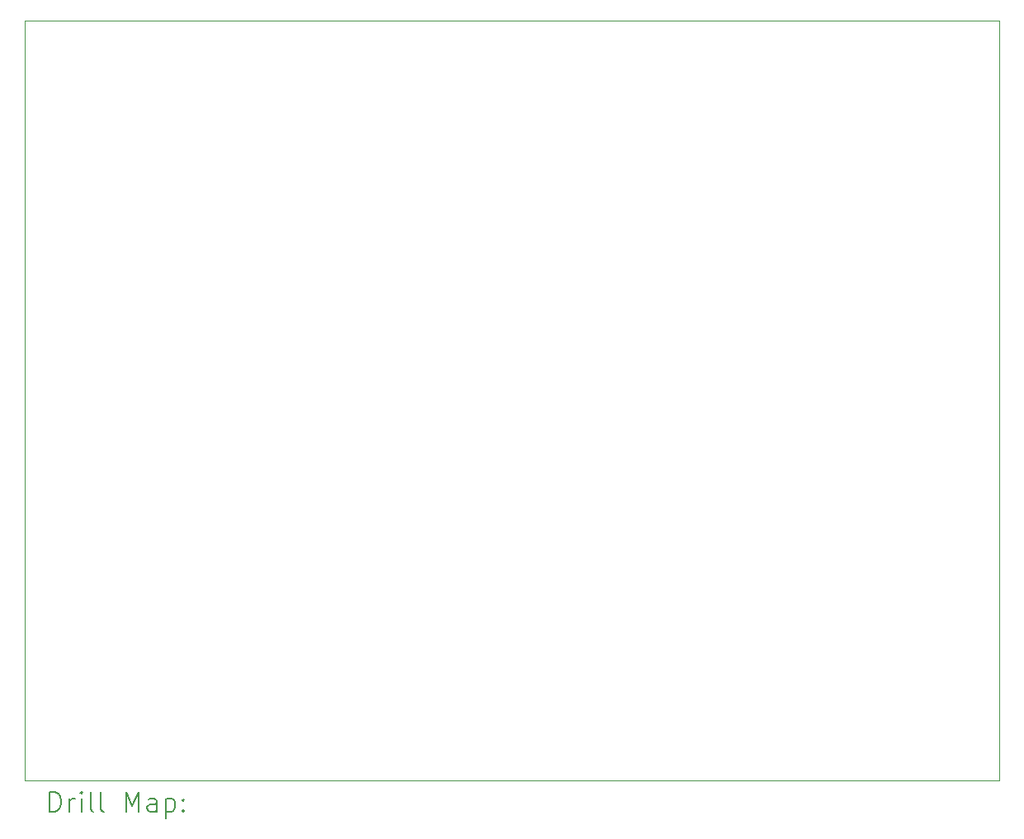
<source format=gbr>
%TF.GenerationSoftware,KiCad,Pcbnew,8.0.5*%
%TF.CreationDate,2025-03-12T16:10:10-07:00*%
%TF.ProjectId,Mechatronics LED,4d656368-6174-4726-9f6e-696373204c45,rev?*%
%TF.SameCoordinates,Original*%
%TF.FileFunction,Drillmap*%
%TF.FilePolarity,Positive*%
%FSLAX45Y45*%
G04 Gerber Fmt 4.5, Leading zero omitted, Abs format (unit mm)*
G04 Created by KiCad (PCBNEW 8.0.5) date 2025-03-12 16:10:10*
%MOMM*%
%LPD*%
G01*
G04 APERTURE LIST*
%ADD10C,0.100000*%
%ADD11C,0.200000*%
G04 APERTURE END LIST*
D10*
X9115000Y-5067000D02*
X19115000Y-5067000D01*
X19115000Y-12867000D01*
X9115000Y-12867000D01*
X9115000Y-5067000D01*
D11*
X9370777Y-13183484D02*
X9370777Y-12983484D01*
X9370777Y-12983484D02*
X9418396Y-12983484D01*
X9418396Y-12983484D02*
X9446967Y-12993008D01*
X9446967Y-12993008D02*
X9466015Y-13012055D01*
X9466015Y-13012055D02*
X9475539Y-13031103D01*
X9475539Y-13031103D02*
X9485063Y-13069198D01*
X9485063Y-13069198D02*
X9485063Y-13097769D01*
X9485063Y-13097769D02*
X9475539Y-13135865D01*
X9475539Y-13135865D02*
X9466015Y-13154912D01*
X9466015Y-13154912D02*
X9446967Y-13173960D01*
X9446967Y-13173960D02*
X9418396Y-13183484D01*
X9418396Y-13183484D02*
X9370777Y-13183484D01*
X9570777Y-13183484D02*
X9570777Y-13050150D01*
X9570777Y-13088246D02*
X9580301Y-13069198D01*
X9580301Y-13069198D02*
X9589824Y-13059674D01*
X9589824Y-13059674D02*
X9608872Y-13050150D01*
X9608872Y-13050150D02*
X9627920Y-13050150D01*
X9694586Y-13183484D02*
X9694586Y-13050150D01*
X9694586Y-12983484D02*
X9685063Y-12993008D01*
X9685063Y-12993008D02*
X9694586Y-13002531D01*
X9694586Y-13002531D02*
X9704110Y-12993008D01*
X9704110Y-12993008D02*
X9694586Y-12983484D01*
X9694586Y-12983484D02*
X9694586Y-13002531D01*
X9818396Y-13183484D02*
X9799348Y-13173960D01*
X9799348Y-13173960D02*
X9789824Y-13154912D01*
X9789824Y-13154912D02*
X9789824Y-12983484D01*
X9923158Y-13183484D02*
X9904110Y-13173960D01*
X9904110Y-13173960D02*
X9894586Y-13154912D01*
X9894586Y-13154912D02*
X9894586Y-12983484D01*
X10151729Y-13183484D02*
X10151729Y-12983484D01*
X10151729Y-12983484D02*
X10218396Y-13126341D01*
X10218396Y-13126341D02*
X10285063Y-12983484D01*
X10285063Y-12983484D02*
X10285063Y-13183484D01*
X10466015Y-13183484D02*
X10466015Y-13078722D01*
X10466015Y-13078722D02*
X10456491Y-13059674D01*
X10456491Y-13059674D02*
X10437444Y-13050150D01*
X10437444Y-13050150D02*
X10399348Y-13050150D01*
X10399348Y-13050150D02*
X10380301Y-13059674D01*
X10466015Y-13173960D02*
X10446967Y-13183484D01*
X10446967Y-13183484D02*
X10399348Y-13183484D01*
X10399348Y-13183484D02*
X10380301Y-13173960D01*
X10380301Y-13173960D02*
X10370777Y-13154912D01*
X10370777Y-13154912D02*
X10370777Y-13135865D01*
X10370777Y-13135865D02*
X10380301Y-13116817D01*
X10380301Y-13116817D02*
X10399348Y-13107293D01*
X10399348Y-13107293D02*
X10446967Y-13107293D01*
X10446967Y-13107293D02*
X10466015Y-13097769D01*
X10561253Y-13050150D02*
X10561253Y-13250150D01*
X10561253Y-13059674D02*
X10580301Y-13050150D01*
X10580301Y-13050150D02*
X10618396Y-13050150D01*
X10618396Y-13050150D02*
X10637444Y-13059674D01*
X10637444Y-13059674D02*
X10646967Y-13069198D01*
X10646967Y-13069198D02*
X10656491Y-13088246D01*
X10656491Y-13088246D02*
X10656491Y-13145388D01*
X10656491Y-13145388D02*
X10646967Y-13164436D01*
X10646967Y-13164436D02*
X10637444Y-13173960D01*
X10637444Y-13173960D02*
X10618396Y-13183484D01*
X10618396Y-13183484D02*
X10580301Y-13183484D01*
X10580301Y-13183484D02*
X10561253Y-13173960D01*
X10742205Y-13164436D02*
X10751729Y-13173960D01*
X10751729Y-13173960D02*
X10742205Y-13183484D01*
X10742205Y-13183484D02*
X10732682Y-13173960D01*
X10732682Y-13173960D02*
X10742205Y-13164436D01*
X10742205Y-13164436D02*
X10742205Y-13183484D01*
X10742205Y-13059674D02*
X10751729Y-13069198D01*
X10751729Y-13069198D02*
X10742205Y-13078722D01*
X10742205Y-13078722D02*
X10732682Y-13069198D01*
X10732682Y-13069198D02*
X10742205Y-13059674D01*
X10742205Y-13059674D02*
X10742205Y-13078722D01*
M02*

</source>
